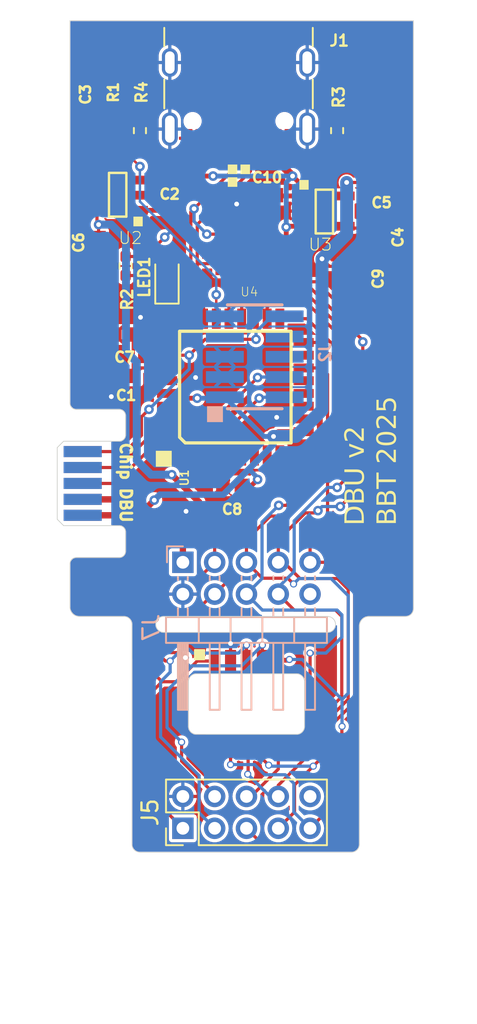
<source format=kicad_pcb>
(kicad_pcb (version 20240108) (generator "pcbnew") (generator_version "8.0")
  (layers (0 "F.Cu" signal) (31 "B.Cu" signal) (34 "B.Paste" user) (35 "F.Paste" user) (36 "B.SilkS" user "B.Silkscreen") (37 "F.SilkS" user "F.Silkscreen") (38 "B.Mask" user) (39 "F.Mask" user) (44 "Edge.Cuts" user))
  (net 0 "")
  (net 1 "GND")
  (net 2 "Net-(U1-VDDCORE)")
  (net 3 "Net-(U2-VIN)")
  (net 4 "Net-(U2-BYP)")
  (net 5 "Net-(U3-BYP)")
  (net 6 "/TARGET-3.3V")
  (net 7 "/DP")
  (net 8 "/DM")
  (net 9 "/TARGET-3.3V-EN")
  (net 10 "3.3V")
  (net 11 "/SWDIO")
  (net 12 "/SWCLK")
  (net 13 "/RESET")
  (net 15 "/IO1-SWDIO")
  (net 16 "/IO1-SWCLK")
  (net 17 "/IO1-RESET")
  (net 18 "/IO1-SWO")
  (net 29 "/IO1-TDO")
  (net 30 "/IO1-TDI")
  (net 33 "/IO1-SWI")
  (net 40 "Net-(LED1-PadA)")
  (net 46 "Net-(J1-CC2)")
  (net 47 "Net-(J1-CC1)")
  (footprint "fizkit-fpdu-v1a:TQFP32-08" (layer "F.Cu") (at 144.8 101 90)
    (property "Reference" "U1")
    (property "Value" "SAML21E17" (hide yes))
  )
  (footprint "io:blocks-edge-10-socket" (layer "F.Cu") (at 145.55 120.4)
    (property "Reference" "J6" (hide yes))
    (property "Value" "009159010801906" (hide yes))
    (fp_line (start -3.7 1.9) (end -3.7 -0.9) (stroke (width 0.05)) (layer "Edge.Cuts"))
    (fp_line (start -3.2 -1.4) (end 3.1 -1.4) (stroke (width 0.05)) (layer "Edge.Cuts"))
    (fp_line (start 3.1 2.4) (end -3.2 2.4) (stroke (width 0.05)) (layer "Edge.Cuts"))
    (fp_line (start 3.6 -0.9) (end 3.6 1.9) (stroke (width 0.05)) (layer "Edge.Cuts"))
    (fp_arc (start -3.7 -0.9) (mid -3.553553 -1.253553) (end -3.2 -1.4) (stroke (width 0.05)) (layer "Edge.Cuts"))
    (fp_arc (start -3.2 2.4) (mid -3.553553 2.253553) (end -3.7 1.9) (stroke (width 0.05)) (layer "Edge.Cuts"))
    (fp_arc (start 3.1 -1.4) (mid 3.453553 -1.253553) (end 3.6 -0.9) (stroke (width 0.05)) (layer "Edge.Cuts"))
    (fp_arc (start 3.6 1.9) (mid 3.453553 2.253553) (end 3.1 2.4) (stroke (width 0.05)) (layer "Edge.Cuts"))
  )
  (footprint "io:LED_0603_1608Metric_Pad1.05x0.95mm_HandSolder" (layer "F.Cu") (at 140.5 94.1 90)
    (property "Reference" "LED1")
    (property "Value" "~" (hide yes))
  )
  (footprint "io:R_0402_1005Metric_Pad0.72x0.64mm_HandSolder" (layer "F.Cu") (at 138.8 84.9 90)
    (property "Reference" "R4")
    (property "Value" "5k1" (hide yes))
  )
  (footprint "fizkit-fpdu-v1a:0402" (layer "F.Cu") (at 136.2 92.2 -90)
    (property "Reference" "C6")
    (property "Value" "1uF" (hide yes))
  )
  (footprint "fizkit-fpdu-v1a:0402" (layer "F.Cu") (at 146.8 88.9536 180)
    (property "Reference" "C10")
    (property "Value" "1uF" (hide yes))
  )
  (footprint "fizkit-fpdu-v1a:0402" (layer "F.Cu") (at 154 88)
    (property "Reference" "C5")
    (property "Value" "1uF" (hide yes))
  )
  (footprint "fizkit-fpdu-v1a:0402" (layer "F.Cu") (at 153.6 91.6 -90)
    (property "Reference" "C4")
    (property "Value" "1uF" (hide yes))
  )
  (footprint "io:R_0402_1005Metric_Pad0.72x0.64mm_HandSolder" (layer "F.Cu") (at 137.9 93.4 -90)
    (property "Reference" "R2")
    (property "Value" "1k" (hide yes))
  )
  (footprint "fizkit-fpdu-v1a:0402" (layer "F.Cu") (at 144.6 107.2 180)
    (property "Reference" "C8")
    (property "Value" "0.1uF" (hide yes))
  )
  (footprint "fizkit-fpdu-v1a:0402" (layer "F.Cu") (at 135.4 84.9 90)
    (property "Reference" "C3")
    (property "Value" "1uF" (hide yes))
  )
  (footprint "fizkit-fpdu-v1a:SOT23-5" (layer "F.Cu") (at 150.4 89.9536 -90)
    (property "Reference" "U3")
    (property "Value" "TLV75733" (hide yes))
  )
  (footprint "fizkit-fpdu-v1a:SOT143B" (layer "F.Cu") (at 145 92.1536 180)
    (property "Reference" "U4")
    (property "Value" "PRTR5V0U2-S" (hide yes))
  )
  (footprint "project:PinHeader_2x05_P2.00mm_Vertical" (layer "F.Cu") (at 141.5 128.7 90)
    (property "Reference" "J5")
    (property "Value" "A3B-10PA-2DS(51)" (hide yes))
  )
  (footprint "io:R_0402_1005Metric_Pad0.72x0.64mm_HandSolder" (layer "F.Cu") (at 151.2 84.9 90)
    (property "Reference" "R3")
    (property "Value" "5k1" (hide yes))
  )
  (footprint "fizkit-fpdu-v1a:0402" (layer "F.Cu") (at 137.8 100.3 180)
    (property "Reference" "C1")
    (property "Value" "10uF" (hide yes))
  )
  (footprint "fizkit-fpdu-v1a:0402" (layer "F.Cu") (at 141.4 87.7536 180)
    (property "Reference" "C2")
    (property "Value" "1uF" (hide yes))
  )
  (footprint "fizkit-fpdu-v1a:0402" (layer "F.Cu") (at 137.1 84.9 -90)
    (property "Reference" "R1")
    (property "Value" "680k" (hide yes))
  )
  (footprint "io:USB_C_Receptacle_GCT_USB4105-xx-A_16P_TopMnt_Horizontal" (layer "F.Cu") (at 145 81.7 180)
    (property "Reference" "J1")
    (property "Value" "USB_C_Receptacle_USB2.0" (hide yes))
  )
  (footprint "fizkit-fpdu-v1a:0402" (layer "F.Cu") (at 151.8 94 -90)
    (property "Reference" "C9")
    (property "Value" "1uF" (hide yes))
  )
  (footprint "fizkit-fpdu-v1a:0402" (layer "F.Cu") (at 137.8 97.7 180)
    (property "Reference" "C7")
    (property "Value" "0.1uF" (hide yes))
  )
  (footprint "fizkit-fpdu-v1a:SOT23-5" (layer "F.Cu") (at 137.4 88.9536 90)
    (property "Reference" "U2")
    (property "Value" "TLV75733" (hide yes))
  )
  (footprint "io:blocks-edge-10-plug" (layer "F.Cu") (at 133.800001 109.2 -90)
    (property "Reference" "J4" (hide yes))
    (property "Value" "SWD-EDGE" (hide yes))
    (fp_line (start -4.4 0.2) (end 0.1 0.2) (stroke (width 0.05)) (layer "Edge.Cuts"))
    (fp_line (start -4.4 0.2) (end -4.8 -0.2) (stroke (width 0.05)) (layer "Edge.Cuts"))
    (fp_line (start -4.8 -0.2) (end -4.8 -3.7) (stroke (width 0.05)) (layer "Edge.Cuts"))
    (fp_line (start 0.5 -0.2) (end 0.1 0.2) (stroke (width 0.05)) (layer "Edge.Cuts"))
    (fp_line (start 0.5 -0.2) (end 0.5 -3.7) (stroke (width 0.05)) (layer "Edge.Cuts"))
    (fp_line (start -6.8 -3.7) (end -6.8 -0.999999) (stroke (width 0.05)) (layer "Edge.Cuts"))
    (fp_line (start 2.5 -3.7) (end 2.5 -1) (stroke (width 0.05)) (layer "Edge.Cuts"))
    (fp_line (start -5.2 -4.1) (end -6.4 -4.1) (stroke (width 0.05)) (layer "Edge.Cuts"))
    (fp_line (start 0.9 -4.1) (end 2.1 -4.1) (stroke (width 0.05)) (layer "Edge.Cuts"))
    (fp_arc (start 2.9 -0.6) (mid 2.617157 -0.717157) (end 2.5 -1) (stroke (width 0.05)) (layer "Edge.Cuts"))
    (fp_arc (start -6.8 -0.999999) (mid -6.917158 -0.717157) (end -7.2 -0.599999) (stroke (width 0.05)) (layer "Edge.Cuts"))
    (fp_arc (start -6.8 -3.7) (mid -6.682842 -3.982842) (end -6.4 -4.1) (stroke (width 0.05)) (layer "Edge.Cuts"))
    (fp_arc (start 0.5 -3.7) (mid 0.617157 -3.982843) (end 0.9 -4.1) (stroke (width 0.05)) (layer "Edge.Cuts"))
    (fp_arc (start -5.2 -4.1) (mid -4.917158 -3.982842) (end -4.8 -3.7) (stroke (width 0.05)) (layer "Edge.Cuts"))
    (fp_arc (start 2.1 -4.1) (mid 2.382843 -3.982843) (end 2.5 -3.7) (stroke (width 0.05)) (layer "Edge.Cuts"))
  )
  (footprint "project:PinHeader_2x05_P2.00mm_Horizontal" (layer "B.Cu") (at 141.5 112 -90)
    (property "Reference" "J7")
    (property "Value" "A3B-10PA-2DS(51)" (hide yes))
  )
  (footprint "project:2X5-SMD-UNSHROUDED" (layer "B.Cu") (at 146.02 99.1 90)
    (property "Reference" "J2")
    (property "Value" "Bootstrap SWD - D.N.P." (hide yes))
  )
  (gr_poly (pts (xy 144.9228 87.83) (xy 144.9228 88.43) (xy 144.3228 88.43) (xy 144.3228 87.83)) (fill solid) (layer "F.SilkS"))
  (gr_poly (pts (xy 144.9228 87.03) (xy 144.9228 87.63) (xy 144.3228 87.63) (xy 144.3228 87.03)) (fill solid) (layer "F.SilkS"))
  (gr_poly (pts (xy 145.7228 87.03) (xy 145.7228 87.63) (xy 145.1228 87.63) (xy 145.1228 87.03)) (fill solid) (layer "F.SilkS"))
  (gr_line (start 134.4 78) (end 134.4 102) (stroke (width 0.05)) (layer "Edge.Cuts"))
  (gr_arc (start 150.6 115.4) (mid 151.1 115.9) (end 150.6 116.4) (stroke (width 0.05)) (layer "Edge.Cuts"))
  (gr_line (start 152.6 116) (end 152.6 129.7) (stroke (width 0.05)) (layer "Edge.Cuts"))
  (gr_line (start 137.8 115.4) (end 135 115.4) (stroke (width 0.05)) (layer "Edge.Cuts"))
  (gr_arc (start 156 114.9) (mid 155.853553 115.253553) (end 155.5 115.4) (stroke (width 0.05)) (layer "Edge.Cuts"))
  (gr_line (start 134.400001 112.1) (end 134.4 114.8) (stroke (width 0.05)) (layer "Edge.Cuts"))
  (gr_line (start 156 114.9) (end 156 78) (stroke (width 0.05)) (layer "Edge.Cuts"))
  (gr_line (start 140.3 115.4) (end 150.6 115.4) (stroke (width 0.05)) (layer "Edge.Cuts"))
  (gr_arc (start 152.6 129.7) (mid 152.453553 130.053553) (end 152.1 130.2) (stroke (width 0.05)) (layer "Edge.Cuts"))
  (gr_arc (start 152.6 116) (mid 152.775736 115.575736) (end 153.2 115.4) (stroke (width 0.05)) (layer "Edge.Cuts"))
  (gr_line (start 140.3 116.4) (end 150.6 116.4) (stroke (width 0.05)) (layer "Edge.Cuts"))
  (gr_line (start 138.8 130.2) (end 152.1 130.2) (stroke (width 0.05)) (layer "Edge.Cuts"))
  (gr_arc (start 138.8 130.2) (mid 138.446447 130.053553) (end 138.3 129.7) (stroke (width 0.05)) (layer "Edge.Cuts"))
  (gr_arc (start 135 115.4) (mid 134.575736 115.224264) (end 134.4 114.8) (stroke (width 0.05)) (layer "Edge.Cuts"))
  (gr_line (start 156 78) (end 134.4 78) (stroke (width 0.05)) (layer "Edge.Cuts"))
  (gr_arc (start 140.3 116.4) (mid 139.8 115.9) (end 140.3 115.4) (stroke (width 0.05)) (layer "Edge.Cuts"))
  (gr_line (start 153.2 115.4) (end 155.5 115.4) (stroke (width 0.05)) (layer "Edge.Cuts"))
  (gr_line (start 138.3 115.9) (end 138.3 129.7) (stroke (width 0.05)) (layer "Edge.Cuts"))
  (gr_arc (start 137.8 115.4) (mid 138.153553 115.546447) (end 138.3 115.9) (stroke (width 0.05)) (layer "Edge.Cuts"))
  (gr_text "DBU v2\nBBT 2025" (at 155.1 109.7 90) (layer "F.SilkS") (effects (font (size 1.2 1.2) (thickness 0.3)) (justify left bottom)))
  (segment (start 142.3 100.4) (end 141.5424 100.4) (width 0.2) (layer "F.Cu") (net 1))
  (segment (start 141.3424 100.6) (end 140.5074 100.6) (width 0.2) (layer "F.Cu") (net 1))
  (segment (start 149.0999 89.9536) (end 146.57 89.9536) (width 0.2) (layer "F.Cu") (net 1))
  (segment (start 141.5424 100.4) (end 141.3424 100.6) (width 0.2) (layer "F.Cu") (net 1))
  (segment (start 148.1576 102.9) (end 148.2576 103) (width 0.2) (layer "F.Cu") (net 1))
  (segment (start 148.2576 103) (end 149.0926 103) (width 0.2) (layer "F.Cu") (net 1))
  (segment (start 140.5074 100.6) (end 139.5 100.6) (width 0.2) (layer "F.Cu") (net 1))
  (segment (start 146.22 89.6036) (end 146.22 88.9536) (width 0.2) (layer "F.Cu") (net 1))
  (segment (start 144.5 118.2) (end 144.5 117) (width 0.2) (layer "F.Cu") (net 1))
  (segment (start 139.62 88.9536) (end 140.82 87.7536) (width 0.2) (layer "F.Cu") (net 1))
  (segment (start 137.55 108.05) (end 137.6 108) (width 0.2) (layer "F.Cu") (net 1))
  (segment (start 144.5 117) (end 144.5 117.1) (width 0.2) (layer "F.Cu") (net 1))
  (segment (start 138.7001 88.9536) (end 139.62 88.9536) (width 0.2) (layer "F.Cu") (net 1))
  (segment (start 146.57 89.9536) (end 146.22 89.6036) (width 0.2) (layer "F.Cu") (net 1))
  (segment (start 135.200001 108.05) (end 137.55 108.05) (width 0.4) (layer "F.Cu") (net 1))
  (segment (start 147.4 102.9) (end 148.1576 102.9) (width 0.2) (layer "F.Cu") (net 1))
  (via (at 144.5 117.1) (size 0.45) (drill 0.3) (layers "F.Cu" "B.Cu") (net 1))
  (via (at 142.3 100.4) (size 0.6048) (drill 0.3) (layers "F.Cu" "B.Cu") (net 1))
  (via (at 147.4 102.9) (size 0.6048) (drill 0.3) (layers "F.Cu" "B.Cu") (net 1))
  (via (at 138.8364 96.6216) (size 0.6048) (drill 0.3) (layers "F.Cu" "B.Cu") (net 1))
  (via (at 141.7 108.8) (size 0.6048) (drill 0.3) (layers "F.Cu" "B.Cu") (net 1))
  (via (at 137 101.6) (size 0.6048) (drill 0.3) (layers "F.Cu" "B.Cu") (net 1))
  (via (at 144.8816 89.5096) (size 0.6048) (drill 0.3) (layers "F.Cu" "B.Cu") (net 1))
  (segment (start 140.5074 99.8) (end 138.88 99.8) (width 0.2) (layer "F.Cu") (net 2))
  (segment (start 138.38 100.3) (end 138.38 97.7) (width 0.2) (layer "F.Cu") (net 2))
  (segment (start 138.88 99.8) (end 138.38 100.3) (width 0.2) (layer "F.Cu") (net 2))
  (segment (start 149.0999 88.4535) (end 148.4 87.7536) (width 0.3048) (layer "F.Cu") (net 3))
  (segment (start 147.43 89.0036) (end 147.38 88.9536) (width 0.3048) (layer "F.Cu") (net 3))
  (segment (start 149.0999 90.9036) (end 148.05 90.9036) (width 0.3048) (layer "F.Cu") (net 3))
  (segment (start 140.65 89.9036) (end 142 88.5536) (width 0.3048) (layer "F.Cu") (net 3))
  (segment (start 142 87.7736) (end 141.98 87.7536) (width 0.3048) (layer "F.Cu") (net 3))
  (segment (start 147.4 88.9336) (end 147.38 88.9536) (width 0.3048) (layer "F.Cu") (net 3))
  (segment (start 148 91.9536) (end 148 90.9536) (width 0.3048) (layer "F.Cu") (net 3))
  (segment (start 142.6 85.38) (end 142.6 87.1336) (width 0.5) (layer "F.Cu") (net 3))
  (segment (start 145.95 93.2536) (end 146.7 93.2536) (width 0.3048) (layer "F.Cu") (net 3))
  (segment (start 146.7 93.2536) (end 148 91.9536) (width 0.3048) (layer "F.Cu") (net 3))
  (segment (start 141.98 87.7536) (end 143.4 87.7536) (width 0.3048) (layer "F.Cu") (net 3))
  (segment (start 147.4 85.38) (end 147.4 86.7536) (width 0.5) (layer "F.Cu") (net 3))
  (segment (start 149.0999 89.0036) (end 147.43 89.0036) (width 0.3048) (layer "F.Cu") (net 3))
  (segment (start 142 88.5536) (end 142 87.7736) (width 0.3048) (layer "F.Cu") (net 3))
  (segment (start 138.7001 89.9036) (end 140.65 89.9036) (width 0.3048) (layer "F.Cu") (net 3))
  (segment (start 142.6 87.1336) (end 141.98 87.7536) (width 0.5) (layer "F.Cu") (net 3))
  (segment (start 149.0999 89.0036) (end 149.0999 88.4535) (width 0.3048) (layer "F.Cu") (net 3))
  (segment (start 147.4 86.7536) (end 148.4 87.7536) (width 0.5) (layer "F.Cu") (net 3))
  (segment (start 148.05 90.9036) (end 148 90.9536) (width 0.3048) (layer "F.Cu") (net 3))
  (via (at 148.4 87.7536) (size 0.6048) (drill 0.3) (layers "F.Cu" "B.Cu") (net 3))
  (via (at 143.4 87.7536) (size 0.6048) (drill 0.3) (layers "F.Cu" "B.Cu") (net 3))
  (via (at 148 90.9536) (size 0.6048) (drill 0.3) (layers "F.Cu" "B.Cu") (net 3))
  (segment (start 148 90.9536) (end 148 88.1536) (width 0.3048) (layer "B.Cu") (net 3))
  (segment (start 148.4 87.7536) (end 143.4 87.7536) (width 0.3048) (layer "B.Cu") (net 3))
  (segment (start 148 88.1536) (end 148.4 87.7536) (width 0.3048) (layer "B.Cu") (net 3))
  (segment (start 135.4 87.3037) (end 135.4 85.48) (width 0.2) (layer "F.Cu") (net 4))
  (segment (start 136.0999 88.0036) (end 135.4 87.3037) (width 0.2) (layer "F.Cu") (net 4))
  (segment (start 153.6 91.02) (end 151.8165 91.02) (width 0.2) (layer "F.Cu") (net 5))
  (segment (start 151.8165 91.02) (end 151.7001 90.9036) (width 0.2) (layer "F.Cu") (net 5))
  (segment (start 138.7 112.2) (end 138.7 118.0104) (width 0.2) (layer "F.Cu") (net 6))
  (segment (start 140.3 110.6) (end 141.5 110.6) (width 0.2) (layer "F.Cu") (net 6))
  (segment (start 140.1896 119.5) (end 141.1 119.5) (width 0.2) (layer "F.Cu") (net 6))
  (segment (start 140.8 106.5) (end 142.5218 108.2218) (width 0.4) (layer "F.Cu") (net 6))
  (segment (start 141.1 119.5) (end 142.4 118.2) (width 0.2) (layer "F.Cu") (net 6))
  (segment (start 139.2936 120.396) (end 140.1896 119.5) (width 0.2) (layer "F.Cu") (net 6))
  (segment (start 136.0999 90.6999) (end 136.2 90.8) (width 0.2) (layer "F.Cu") (net 6))
  (segment (start 136.2 90.8) (end 136.2 91.62) (width 0.2) (layer "F.Cu") (net 6))
  (segment (start 142.5218 108.2218) (end 142.5218 109.5782) (width 0.4) (layer "F.Cu") (net 6))
  (segment (start 140.3 110.6) (end 138.7 112.2) (width 0.2) (layer "F.Cu") (net 6))
  (segment (start 141.5 110.6) (end 141.5 112) (width 0.4) (layer "F.Cu") (net 6))
  (segment (start 142.5218 109.5782) (end 141.5 110.6) (width 0.4) (layer "F.Cu") (net 6))
  (segment (start 141.5 128.7) (end 139.2936 126.4936) (width 0.2) (layer "F.Cu") (net 6))
  (segment (start 139.2936 126.4936) (end 139.2936 120.396) (width 0.2) (layer "F.Cu") (net 6))
  (segment (start 136.0999 89.9036) (end 136.0999 90.6999) (width 0.2) (layer "F.Cu") (net 6))
  (segment (start 142.4 118.2) (end 143.5 118.2) (width 0.2) (layer "F.Cu") (net 6))
  (segment (start 138.7 118.0104) (end 140.1896 119.5) (width 0.2) (layer "F.Cu") (net 6))
  (via (at 136.2 90.8) (size 0.6) (drill 0.3) (layers "F.Cu" "B.Cu") (net 6))
  (via (at 140.8 106.5) (size 0.6) (drill 0.3) (layers "F.Cu" "B.Cu") (net 6))
  (segment (start 140.8 106.5) (end 139.5 106.5) (width 0.5) (layer "B.Cu") (net 6))
  (segment (start 137.922 98.7552) (end 137.922 91.722) (width 0.5) (layer "B.Cu") (net 6))
  (segment (start 138.6 105.6) (end 138.6 99.4332) (width 0.5) (layer "B.Cu") (net 6))
  (segment (start 137 90.8) (end 136.2 90.8) (width 0.5) (layer "B.Cu") (net 6))
  (segment (start 138.6 99.4332) (end 137.922 98.7552) (width 0.5) (layer "B.Cu") (net 6))
  (segment (start 139.5 106.5) (end 138.6 105.6) (width 0.5) (layer "B.Cu") (net 6))
  (segment (start 137.922 91.722) (end 137 90.8) (width 0.5) (layer "B.Cu") (net 6))
  (segment (start 145.25 86.760048) (end 144.955024 87.055024) (width 0.2) (layer "F.Cu") (net 7))
  (segment (start 144.955024 86.916424) (end 144.955024 87.055024) (width 0.2) (layer "F.Cu") (net 7))
  (segment (start 143.7036 91.4) (end 144.05 91.0536) (width 0.2) (layer "F.Cu") (net 7))
  (segment (start 144.25 85.38) (end 144.25 86.2114) (width 0.2) (layer "F.Cu") (net 7))
  (segment (start 144.25 86.2114) (end 144.955024 86.916424) (width 0.2) (layer "F.Cu") (net 7))
  (segment (start 142 96.7074) (end 142 90.010048) (width 0.2) (layer "F.Cu") (net 7))
  (segment (start 144.955024 87.055024) (end 142.205024 89.805024) (width 0.2) (layer "F.Cu") (net 7))
  (segment (start 142 90.010048) (end 142.205024 89.805024) (width 0.2) (layer "F.Cu") (net 7))
  (segment (start 143.0059 91.4) (end 143.7036 91.4) (width 0.2) (layer "F.Cu") (net 7))
  (segment (start 145.25 85.38) (end 145.25 86.760048) (width 0.2) (layer "F.Cu") (net 7))
  (via (at 142.205024 89.805024) (size 0.6) (drill 0.3) (layers "F.Cu" "B.Cu") (net 7))
  (via (at 143.0059 91.4) (size 0.6) (drill 0.3) (layers "F.Cu" "B.Cu") (net 7))
  (segment (start 142.205024 89.805024) (end 142.205024 90.599124) (width 0.2) (layer "B.Cu") (net 7))
  (segment (start 142.205024 90.599124) (end 143.0059 91.4) (width 0.2) (layer "B.Cu") (net 7))
  (segment (start 142.4032 90.7968) (end 142.4032 93.2) (width 0.2) (layer "F.Cu") (net 8))
  (segment (start 142.8 96.7074) (end 142.8 94.9968) (width 0.2) (layer "F.Cu") (net 8))
  (segment (start 145.6 84.4) (end 145 84.4) (width 0.2) (layer "F.Cu") (net 8))
  (segment (start 144.05 93.2536) (end 142.4568 93.2536) (width 0.2) (layer "F.Cu") (net 8))
  (segment (start 145 84.4) (end 144.75 84.65) (width 0.2) (layer "F.Cu") (net 8))
  (segment (start 145.75 84.55) (end 145.6 84.4) (width 0.2) (layer "F.Cu") (net 8))
  (segment (start 142.8 94.9968) (end 142.4032 94.6) (width 0.2) (layer "F.Cu") (net 8))
  (segment (start 144.75 84.65) (end 144.75 85.38) (width 0.2) (layer "F.Cu") (net 8))
  (segment (start 142.4032 94.6) (end 142.4032 93.2) (width 0.2) (layer "F.Cu") (net 8))
  (segment (start 145.75 85.38) (end 145.75 84.55) (width 0.2) (layer "F.Cu") (net 8))
  (segment (start 142.4568 93.2536) (end 142.4032 93.2) (width 0.2) (layer "F.Cu") (net 8))
  (segment (start 145.75 87.45) (end 142.4032 90.7968) (width 0.2) (layer "F.Cu") (net 8))
  (segment (start 145.75 85.38) (end 145.75 87.45) (width 0.2) (layer "F.Cu") (net 8))
  (segment (start 138.8 87.1536) (end 138.8 87.9037) (width 0.1524) (layer "F.Cu") (net 9))
  (segment (start 138.1736 86.5536) (end 137.1 85.48) (width 0.1524) (layer "F.Cu") (net 9))
  (segment (start 137.9 92.8025) (end 139.1503 92.8025) (width 0.2) (layer "F.Cu") (net 9))
  (segment (start 138.2 86.5536) (end 138.8 87.1536) (width 0.1524) (layer "F.Cu") (net 9))
  (segment (start 143.6 95.2) (end 143.6 96.7074) (width 0.1524) (layer "F.Cu") (net 9))
  (segment (start 138.8 87.9037) (end 138.7001 88.0036) (width 0.1524) (layer "F.Cu") (net 9))
  (segment (start 139.1503 92.8025) (end 140.3604 91.5924) (width 0.2) (layer "F.Cu") (net 9))
  (segment (start 138.2 86.5536) (end 138.1736 86.5536) (width 0.1524) (layer "F.Cu") (net 9))
  (via (at 138.8 87.1536) (size 0.6048) (drill 0.3) (layers "F.Cu" "B.Cu") (net 9))
  (via (at 143.6 95.2) (size 0.6048) (drill 0.3) (layers "F.Cu" "B.Cu") (net 9))
  (via (at 140.3604 91.5924) (size 0.6) (drill 0.3) (layers "F.Cu" "B.Cu") (net 9))
  (segment (start 140.3604 91.5924) (end 140.6996 91.2532) (width 0.2) (layer "B.Cu") (net 9))
  (segment (start 140.6996 91.2532) (end 138.8 89.3536) (width 0.1524) (layer "B.Cu") (net 9))
  (segment (start 138.8 89.3536) (end 138.8 87.1536) (width 0.1524) (layer "B.Cu") (net 9))
  (segment (start 143.6 94.1536) (end 143.6 95.2) (width 0.1524) (layer "B.Cu") (net 9))
  (segment (start 143.6 94.1536) (end 140.6996 91.2532) (width 0.1524) (layer "B.Cu") (net 9))
  (segment (start 151.8 88.9037) (end 151.7001 89.0036) (width 0.4064) (layer "F.Cu") (net 10))
  (segment (start 139.7 108.1) (end 138.75 109.05) (width 0.4) (layer "F.Cu") (net 10))
  (segment (start 153.2664 88.1536) (end 151.8 88.1536) (width 0.2) (layer "F.Cu") (net 10))
  (segment (start 151.8 93.42) (end 150.72 93.42) (width 0.2) (layer "F.Cu") (net 10))
  (segment (start 145.18 107.2) (end 145.8 107.2) (width 0.3) (layer "F.Cu") (net 10))
  (segment (start 150.72 93.42) (end 150.25 92.95) (width 0.2) (layer "F.Cu") (net 10))
  (segment (start 141.833 101.7) (end 142.4 101.7) (width 0.3048) (layer "F.Cu") (net 10))
  (segment (start 145.8 107.2) (end 146.2 106.8) (width 0.3) (layer "F.Cu") (net 10))
  (segment (start 151.8 88.1536) (end 151.8 88.9037) (width 0.4064) (layer "F.Cu") (net 10))
  (segment (start 147.5 103.8) (end 149.0926 103.8) (width 0.3048) (layer "F.Cu") (net 10))
  (segment (start 153.42 88) (end 153.2664 88.1536) (width 0.2) (layer "F.Cu") (net 10))
  (segment (start 141.333 102.2) (end 140.5074 102.2) (width 0.3048) (layer "F.Cu") (net 10))
  (segment (start 147.2 104.1) (end 146.9 104.1) (width 0.3048) (layer "F.Cu") (net 10))
  (segment (start 138.75 109.05) (end 135.200001 109.05) (width 0.4) (layer "F.Cu") (net 10))
  (segment (start 141.333 102.2) (end 141.833 101.7) (width 0.3048) (layer "F.Cu") (net 10))
  (segment (start 147.2 104.1) (end 147.5 103.8) (width 0.3048) (layer "F.Cu") (net 10))
  (via (at 150.25 92.95) (size 0.6) (drill 0.3) (layers "F.Cu" "B.Cu") (net 10))
  (via (at 139.7 108.1) (size 0.6) (drill 0.3) (layers "F.Cu" "B.Cu") (net 10))
  (via (at 146.2 106.8) (size 0.6) (drill 0.3) (layers "F.Cu" "B.Cu") (net 10))
  (via (at 147.2 104.1) (size 0.6048) (drill 0.3) (layers "F.Cu" "B.Cu") (net 10))
  (via (at 151.8 88.1536) (size 0.6048) (drill 0.3) (layers "F.Cu" "B.Cu") (net 10))
  (via (at 142.4 101.7) (size 0.6) (drill 0.3) (layers "F.Cu" "B.Cu") (net 10))
  (segment (start 142.4 101.7) (end 144.08 101.7) (width 0.3048) (layer "B.Cu") (net 10))
  (segment (start 140.0468 107.7532) (end 144.0468 107.7532) (width 0.4) (layer "B.Cu") (net 10))
  (segment (start 151.8 91.4) (end 150.25 92.95) (width 0.8128) (layer "B.Cu") (net 10))
  (segment (start 150.25 102.45) (end 150.25 92.95) (width 0.8128) (layer "B.Cu") (net 10))
  (segment (start 144.08 101.7) (end 144.14 101.64) (width 0.3048) (layer "B.Cu") (net 10))
  (segment (start 139.7 108.1) (end 140.0468 107.7532) (width 0.4) (layer "B.Cu") (net 10))
  (segment (start 146.2 106.7) (end 145.65 106.15) (width 0.3) (layer "B.Cu") (net 10))
  (segment (start 151.8 88.1536) (end 151.8 91.4) (width 0.8128) (layer "B.Cu") (net 10))
  (segment (start 148.6 104.1) (end 150.25 102.45) (width 0.8128) (layer "B.Cu") (net 10))
  (segment (start 144.0468 107.7532) (end 145.65 106.15) (width 0.4) (layer "B.Cu") (net 10))
  (segment (start 147.2 104.1) (end 147.2 104.6) (width 0.4) (layer "B.Cu") (net 10))
  (segment (start 146.6 104.1) (end 147.2 104.1) (width 0.3) (layer "B.Cu") (net 10))
  (segment (start 147.2 104.1) (end 148.6 104.1) (width 0.8128) (layer "B.Cu") (net 10))
  (segment (start 144.14 101.64) (end 146.6 104.1) (width 0.3) (layer "B.Cu") (net 10))
  (segment (start 147.2 104.6) (end 145.65 106.15) (width 0.4) (layer "B.Cu") (net 10))
  (segment (start 146.2 106.8) (end 146.2 106.7) (width 0.3) (layer "B.Cu") (net 10))
  (segment (start 137.2574 107.05) (end 140.5074 103.8) (width 0.2) (layer "F.Cu") (net 11))
  (segment (start 146.3 101.7) (end 144.2 103.8) (width 0.2) (layer "F.Cu") (net 11))
  (segment (start 144.2 103.8) (end 140.5074 103.8) (width 0.2) (layer "F.Cu") (net 11))
  (segment (start 135.200001 107.05) (end 137.2574 107.05) (width 0.2) (layer "F.Cu") (net 11))
  (via (at 146.3 101.7) (size 0.6) (drill 0.3) (layers "F.Cu" "B.Cu") (net 11))
  (segment (start 146.36 101.64) (end 146.3 101.7) (width 0.2) (layer "B.Cu") (net 11))
  (segment (start 147.9 101.64) (end 146.36 101.64) (width 0.2) (layer "B.Cu") (net 11))
  (segment (start 137.45 106.05) (end 135.200001 106.05) (width 0.2) (layer "F.Cu") (net 12))
  (segment (start 143.6 103) (end 140.5074 103) (width 0.2) (layer "F.Cu") (net 12))
  (segment (start 146.2 100.4) (end 143.6 103) (width 0.2) (layer "F.Cu") (net 12))
  (segment (start 139.7866 103) (end 139.3 103.4866) (width 0.2) (layer "F.Cu") (net 12))
  (segment (start 139.3 103.4866) (end 139.3 104.2) (width 0.2) (layer "F.Cu") (net 12))
  (segment (start 140.5074 103) (end 139.7866 103) (width 0.2) (layer "F.Cu") (net 12))
  (segment (start 139.3 104.2) (end 137.45 106.05) (width 0.2) (layer "F.Cu") (net 12))
  (via (at 146.2 100.4) (size 0.6) (drill 0.3) (layers "F.Cu" "B.Cu") (net 12))
  (segment (start 146.23 100.37) (end 146.2 100.4) (width 0.2) (layer "B.Cu") (net 12))
  (segment (start 147.9 100.37) (end 146.23 100.37) (width 0.2) (layer "B.Cu") (net 12))
  (segment (start 137.87979 105.05) (end 138.564895 104.364895) (width 0.2) (layer "F.Cu") (net 13))
  (segment (start 138.564895 104.364895) (end 138.8968 104.03299) (width 0.2) (layer "F.Cu") (net 13))
  (segment (start 138.8968 103.9) (end 138.8968 102.872398) (width 0.2) (layer "F.Cu") (net 13))
  (segment (start 135.200001 105.05) (end 137.87979 105.05) (width 0.2) (layer "F.Cu") (net 13))
  (segment (start 142.9 98) (end 141.9 99) (width 0.2) (layer "F.Cu") (net 13))
  (segment (start 146.1 98) (end 142.9 98) (width 0.2) (layer "F.Cu") (net 13))
  (segment (start 138.8968 102.872398) (end 139.369198 102.4) (width 0.2) (layer "F.Cu") (net 13))
  (segment (start 141.9 99) (end 140.5074 99) (width 0.2) (layer "F.Cu") (net 13))
  (segment (start 138.8968 104.03299) (end 138.8968 103.9) (width 0.2) (layer "F.Cu") (net 13))
  (via (at 141.9 99) (size 0.6) (drill 0.3) (layers "F.Cu" "B.Cu") (net 13))
  (via (at 146.1 98) (size 0.6) (drill 0.3) (layers "F.Cu" "B.Cu") (net 13))
  (via (at 139.369198 102.4) (size 0.6) (drill 0.3) (layers "F.Cu" "B.Cu") (net 13))
  (segment (start 146.1 97.54) (end 146.1 98) (width 0.2) (layer "B.Cu") (net 13))
  (segment (start 141.9 99.869198) (end 141.9 99) (width 0.2) (layer "B.Cu") (net 13))
  (segment (start 139.369198 102.4) (end 141.9 99.869198) (width 0.2) (layer "B.Cu") (net 13))
  (segment (start 147.08 96.56) (end 146.1 97.54) (width 0.2) (layer "B.Cu") (net 13))
  (segment (start 147.9 96.56) (end 147.08 96.56) (width 0.2) (layer "B.Cu") (net 13))
  (segment (start 150.6 100.2) (end 150.6 104.68937) (width 0.2) (layer "F.Cu") (net 15))
  (segment (start 143.5 112) (end 142.5218 112.9782) (width 0.2) (layer "F.Cu") (net 15))
  (segment (start 150.2 99.8) (end 150.6 100.2) (width 0.2) (layer "F.Cu") (net 15))
  (segment (start 140.1218 112.9782) (end 139.1032 113.9968) (width 0.2) (layer "F.Cu") (net 15))
  (segment (start 140.4 118.2) (end 140.7 118.2) (width 0.2) (layer "F.Cu") (net 15))
  (segment (start 147.869242 107.420128) (end 146.726278 107.420128) (width 0.2) (layer "F.Cu") (net 15))
  (segment (start 142.5218 112.9782) (end 140.1218 112.9782) (width 0.2) (layer "F.Cu") (net 15))
  (segment (start 150.6 104.68937) (end 147.869242 107.420128) (width 0.2) (layer "F.Cu") (net 15))
  (segment (start 139.1032 113.9968) (end 139.1032 116.9032) (width 0.2) (layer "F.Cu") (net 15))
  (segment (start 139.1032 116.9032) (end 140.4 118.2) (width 0.2) (layer "F.Cu") (net 15))
  (segment (start 149.0926 99.8) (end 150.2 99.8) (width 0.2) (layer "F.Cu") (net 15))
  (segment (start 145.5 117.2) (end 145.5 118.2) (width 0.2) (layer "F.Cu") (net 15))
  (segment (start 143.5 110.646406) (end 143.5 112) (width 0.2) (layer "F.Cu") (net 15))
  (segment (start 146.726278 107.420128) (end 143.5 110.646406) (width 0.2) (layer "F.Cu") (net 15))
  (via (at 140.7 118.2) (size 0.45) (drill 0.3) (layers "F.Cu" "B.Cu") (net 15))
  (via (at 145.5 117.2) (size 0.45) (drill 0.3) (layers "F.Cu" "B.Cu") (net 15))
  (segment (start 141.440606 117.459394) (end 140.7 118.2) (width 0.2) (layer "B.Cu") (net 15))
  (segment (start 140.1 119.5) (end 140.1 122.966908) (width 0.2) (layer "B.Cu") (net 15))
  (segment (start 145 117.7) (end 142.118788 117.7) (width 0.2) (layer "B.Cu") (net 15))
  (segment (start 141.878182 117.459394) (end 141.440606 117.459394) (width 0.2) (layer "B.Cu") (net 15))
  (segment (start 145.5 117.2) (end 145 117.7) (width 0.2) (layer "B.Cu") (net 15))
  (segment (start 140.7 118.9) (end 140.1 119.5) (width 0.2) (layer "B.Cu") (net 15))
  (segment (start 140.7 118.2) (end 140.7 118.9) (width 0.2) (layer "B.Cu") (net 15))
  (segment (start 140.1 122.966908) (end 142.5218 125.388708) (width 0.2) (layer "B.Cu") (net 15))
  (segment (start 142.5218 127.7218) (end 143.5 128.7) (width 0.2) (layer "B.Cu") (net 15))
  (segment (start 142.118788 117.7) (end 141.878182 117.459394) (width 0.2) (layer "B.Cu") (net 15))
  (segment (start 142.5218 125.388708) (end 142.5218 127.7218) (width 0.2) (layer "B.Cu") (net 15))
  (segment (start 143.5 113.9) (end 142.4 115) (width 0.2) (layer "F.Cu") (net 16))
  (segment (start 141.659394 117.987594) (end 141.6 117.9282) (width 0.2) (layer "F.Cu") (net 16))
  (segment (start 139.5064 116.7064) (end 140.4718 117.6718) (width 0.2) (layer "F.Cu") (net 16))
  (segment (start 144.5 113) (end 143.5 114) (width 0.2) (layer "F.Cu") (net 16))
  (segment (start 142.4 115) (end 140.1 115) (width 0.2) (layer "F.Cu") (net 16))
  (segment (start 139.5064 115.5936) (end 139.5064 116.7064) (width 0.2) (layer "F.Cu") (net 16))
  (segment (start 144.5 110.216616) (end 144.5 113) (width 0.2) (layer "F.Cu") (net 16))
  (segment (start 148.036252 107.823328) (end 146.893288 107.823328) (width 0.2) (layer "F.Cu") (net 16))
  (segment (start 146.893288 107.823328) (end 144.5 110.216616) (width 0.2) (layer "F.Cu") (net 16))
  (segment (start 143.5 126.5656) (end 143.5 126.7) (width 0.2) (layer "F.Cu") (net 16))
  (segment (start 141.4208 123.2916) (end 141.4208 124.4864) (width 0.2) (layer "F.Cu") (net 16))
  (segment (start 149.0926 98.2) (end 149.9276 98.2) (width 0.2) (layer "F.Cu") (net 16))
  (segment (start 151.0032 99.2756) (end 151.0032 104.85638) (width 0.2) (layer "F.Cu") (net 16))
  (segment (start 141.4208 124.4864) (end 143.5 126.5656) (width 0.2) (layer "F.Cu") (net 16))
  (segment (start 141.3436 117.6718) (end 141.659394 117.987594) (width 0.2) (layer "F.Cu") (net 16))
  (segment (start 140.1 115) (end 139.5064 115.5936) (width 0.2) (layer "F.Cu") (net 16))
  (segment (start 151.0032 104.85638) (end 148.036252 107.823328) (width 0.2) (layer "F.Cu") (net 16))
  (segment (start 149.9276 98.2) (end 151.0032 99.2756) (width 0.2) (layer "F.Cu") (net 16))
  (segment (start 146.5 118.2) (end 146.5 117.1956) (width 0.2) (layer "F.Cu") (net 16))
  (segment (start 140.4718 117.6718) (end 141.3436 117.6718) (width 0.2) (layer "F.Cu") (net 16))
  (via (at 146.5 117.1956) (size 0.45) (drill 0.3) (layers "F.Cu" "B.Cu") (net 16))
  (via (at 141.659394 117.987594) (size 0.45) (drill 0.3) (layers "F.Cu" "B.Cu") (net 16))
  (via (at 141.4208 123.2916) (size 0.45) (drill 0.3) (layers "F.Cu" "B.Cu") (net 16))
  (segment (start 145.1956 118.5) (end 146.5 117.1956) (width 0.2) (layer "B.Cu") (net 16))
  (segment (start 140.5032 122.374) (end 140.5032 120.06141) (width 0.2) (layer "B.Cu") (net 16))
  (segment (start 141.982305 118.582305) (end 142.06461 118.5) (width 0.2) (layer "B.Cu") (net 16))
  (segment (start 141.4208 123.2916) (end 140.5032 122.374) (width 0.2) (layer "B.Cu") (net 16))
  (segment (start 141.659394 118.259394) (end 141.982305 118.582305) (width 0.2) (layer "B.Cu") (net 16))
  (segment (start 142.06461 118.5) (end 145.1956 118.5) (width 0.2) (layer "B.Cu") (net 16))
  (segment (start 141.659394 117.987594) (end 141.659394 118.259394) (width 0.2) (layer "B.Cu") (net 16))
  (segment (start 140.5032 120.06141) (end 141.982305 118.582305) (width 0.2) (layer "B.Cu") (net 16))
  (segment (start 148.4609 113.3609) (end 148.1 113) (width 0.2) (layer "F.Cu") (net 17))
  (segment (start 147 109.1) (end 145.5 110.6) (width 0.2) (layer "F.Cu") (net 17))
  (segment (start 146.4782 129.6782) (end 145.5 128.7) (width 0.2) (layer "F.Cu") (net 17))
  (segment (start 151.5 122.3096) (end 151.5 128.083384) (width 0.2) (layer "F.Cu") (net 17))
  (segment (start 149.905184 129.6782) (end 146.4782 129.6782) (width 0.2) (layer "F.Cu") (net 17))
  (segment (start 149.18219 95.6) (end 151.8096 98.22741) (width 0.2) (layer "F.Cu") (net 17))
  (segment (start 148.2 118.1) (end 147.6 118.1) (width 0.2) (layer "F.Cu") (net 17))
  (segment (start 147.6 118.1) (end 147.5 118.2) (width 0.2) (layer "F.Cu") (net 17))
  (segment (start 148.2 118.2) (end 147.5 118.2) (width 0.2) (layer "F.Cu") (net 17))
  (segment (start 151.8096 105.1904) (end 147.9 109.1) (width 0.2) (layer "F.Cu") (net 17))
  (segment (start 147.2 95.6) (end 149.18219 95.6) (width 0.2) (layer "F.Cu") (net 17))
  (segment (start 147.9 109.1) (end 147 109.1) (width 0.2) (layer "F.Cu") (net 17))
  (segment (start 145.5 110.6) (end 145.5 112) (width 0.2) (layer "F.Cu") (net 17))
  (segment (start 148.1 113) (end 146.5 113) (width 0.2) (layer "F.Cu") (net 17))
  (segment (start 151.5096 122.3) (end 151.5 122.3096) (width 0.2) (layer "F.Cu") (net 17))
  (segment (start 146.8 96.7074) (end 146.8 96) (width 0.2) (layer "F.Cu") (net 17))
  (segment (start 151.8096 98.22741) (end 151.8096 105.1904) (width 0.2) (layer "F.Cu") (net 17))
  (segment (start 146.8 96) (end 147.2 95.6) (width 0.2) (layer "F.Cu") (net 17))
  (segment (start 146.5 113) (end 145.5 112) (width 0.2) (layer "F.Cu") (net 17))
  (segment (start 151.5 128.083384) (end 149.905184 129.6782) (width 0.2) (layer "F.Cu") (net 17))
  (via (at 148.2 118.1) (size 0.45) (drill 0.3) (layers "F.Cu" "B.Cu") (net 17))
  (via (at 148.4609 113.3609) (size 0.45) (drill 0.3) (layers "F.Cu" "B.Cu") (net 17))
  (via (at 151.5096 122.3) (size 0.45) (drill 0.3) (layers "F.Cu" "B.Cu") (net 17))
  (segment (start 151.9032 114.1032) (end 151.9032 120.216) (width 0.2) (layer "B.Cu") (net 17))
  (segment (start 150.8218 113.0218) (end 151.9032 114.1032) (width 0.2) (layer "B.Cu") (net 17))
  (segment (start 148.4609 113.3609) (end 148.8 113.0218) (width 0.2) (layer "B.Cu") (net 17))
  (segment (start 151.5096 122.3) (end 151.5096 120.6096) (width 0.2) (layer "B.Cu") (net 17))
  (segment (start 149 118.1) (end 148.2 118.1) (width 0.2) (layer "B.Cu") (net 17))
  (segment (start 151.9032 120.216) (end 151.5096 120.6096) (width 0.2) (layer "B.Cu") (net 17))
  (segment (start 148.8 113.0218) (end 150.8218 113.0218) (width 0.2) (layer "B.Cu") (net 17))
  (segment (start 150.3 119.4) (end 149 118.1) (width 0.2) (layer "B.Cu") (net 17))
  (segment (start 151.5096 120.6096) (end 150.3 119.4) (width 0.2) (layer "B.Cu") (net 17))
  (segment (start 151.1 115) (end 148.5 115) (width 0.2) (layer "F.Cu") (net 18))
  (segment (start 145.6032 125.278904) (end 145.6032 123.7032) (width 0.2) (layer "F.Cu") (net 18))
  (segment (start 152.815999 98.164253) (end 152.815999 98.063599) (width 0.2) (layer "F.Cu") (net 18))
  (segment (start 145.578904 125.3032) (end 145.6032 125.278904) (width 0.2) (layer "F.Cu") (net 18))
  (segment (start 152.815999 98.063599) (end 149.546 94.7936) (width 0.2) (layer "F.Cu") (net 18))
  (segment (start 147.5 126) (end 150.1 123.4) (width 0.2) (layer "F.Cu") (net 18))
  (segment (start 151.2032 107.3) (end 152.815999 105.687201) (width 0.2) (layer "F.Cu") (net 18))
  (segment (start 152.815999 105.687201) (end 152.815999 98.164253) (width 0.2) (layer "F.Cu") (net 18))
  (segment (start 150.1 123.4) (end 150.1 121.822192) (width 0.2) (layer "F.Cu") (net 18))
  (segment (start 145.6032 123.7032) (end 145.5 123.6) (width 0.2) (layer "F.Cu") (net 18))
  (segment (start 149.546 94.7936) (end 146.2064 94.7936) (width 0.2) (layer "F.Cu") (net 18))
  (segment (start 151.4936 120.428592) (end 151.4936 115.3936) (width 0.2) (layer "F.Cu") (net 18))
  (segment (start 145.2 95.8) (end 145.2 96.7074) (width 0.2) (layer "F.Cu") (net 18))
  (segment (start 148.5 115) (end 147.5 114) (width 0.2) (layer "F.Cu") (net 18))
  (segment (start 147.5 126.7) (end 147.5 126) (width 0.2) (layer "F.Cu") (net 18))
  (segment (start 150.1 121.822192) (end 151.4936 120.428592) (width 0.2) (layer "F.Cu") (net 18))
  (segment (start 146.2064 94.7936) (end 145.2 95.8) (width 0.2) (layer "F.Cu") (net 18))
  (segment (start 151.4936 115.3936) (end 151.1 115) (width 0.2) (layer "F.Cu") (net 18))
  (via (at 152.815999 98.164253) (size 0.6) (drill 0.3) (layers "F.Cu" "B.Cu") (net 18))
  (via (at 145.578904 125.3032) (size 0.45) (drill 0.3) (layers "F.Cu" "B.Cu") (net 18))
  (via (at 151.2032 107.3) (size 0.6) (drill 0.3) (layers "F.Cu" "B.Cu") (net 18))
  (segment (start 147.829732 126.5218) (end 147.905184 126.5218) (width 0.2) (layer "B.Cu") (net 18))
  (segment (start 145.578904 125.3032) (end 146.975704 126.7) (width 0.2) (layer "B.Cu") (net 18))
  (segment (start 148.5 109.4) (end 148.5 112.574812) (width 0.2) (layer "B.Cu") (net 18))
  (segment (start 150.6 107.3) (end 148.5 109.4) (width 0.2) (layer "B.Cu") (net 18))
  (segment (start 148.5 112.574812) (end 147.5 113.574812) (width 0.2) (layer "B.Cu") (net 18))
  (segment (start 146.975704 126.7) (end 147.5 126.7) (width 0.2) (layer "B.Cu") (net 18))
  (segment (start 151.2032 107.3) (end 150.6 107.3) (width 0.2) (layer "B.Cu") (net 18))
  (segment (start 147.5 113.574812) (end 147.5 114) (width 0.2) (layer "B.Cu") (net 18))
  (segment (start 151.4064 105.02339) (end 148.003262 108.426528) (width 0.2) (layer "F.Cu") (net 29))
  (segment (start 151.4064 98.8096) (end 151.4064 105.02339) (width 0.2) (layer "F.Cu") (net 29))
  (segment (start 147.5 124.98567) (end 145.78567 126.7) (width 0.2) (layer "F.Cu") (net 29))
  (segment (start 149.5 122.7) (end 148.6 123.6) (width 0.2) (layer "F.Cu") (net 29))
  (segment (start 148.003262 108.426528) (end 147.526528 108.426528) (width 0.2) (layer "F.Cu") (net 29))
  (segment (start 148.6 123.6) (end 147.5 123.6) (width 0.2) (layer "F.Cu") (net 29))
  (segment (start 147.6 96.7074) (end 149.3042 96.7074) (width 0.2) (layer "F.Cu") (net 29))
  (segment (start 147.5 123.6) (end 147.5 124.98567) (width 0.2) (layer "F.Cu") (net 29))
  (segment (start 149.5 117.7032) (end 149.5 122.7) (width 0.2) (layer "F.Cu") (net 29))
  (segment (start 145.78567 126.7) (end 145.5 126.7) (width 0.2) (layer "F.Cu") (net 29))
  (segment (start 149.4968 117.7) (end 149.5 117.7032) (width 0.2) (layer "F.Cu") (net 29))
  (segment (start 149.3042 96.7074) (end 151.4064 98.8096) (width 0.2) (layer "F.Cu") (net 29))
  (via (at 147.526528 108.426528) (size 0.6) (drill 0.3) (layers "F.Cu" "B.Cu") (net 29))
  (via (at 149.4968 117.7) (size 0.45) (drill 0.3) (layers "F.Cu" "B.Cu") (net 29))
  (segment (start 146.4782 109.474856) (end 146.4782 113.0218) (width 0.2) (layer "B.Cu") (net 29))
  (segment (start 146.4782 113.0218) (end 145.5 114) (width 0.2) (layer "B.Cu") (net 29))
  (segment (start 147.526528 108.426528) (end 146.4782 109.474856) (width 0.2) (layer "B.Cu") (net 29))
  (segment (start 151.5 115.3) (end 151.5 116.7) (width 0.2) (layer "B.Cu") (net 29))
  (segment (start 151.2 115) (end 151.5 115.3) (width 0.2) (layer "B.Cu") (net 29))
  (segment (start 145.5 114) (end 146.5 115) (width 0.2) (layer "B.Cu") (net 29))
  (segment (start 150.5 117.7) (end 149.4968 117.7) (width 0.2) (layer "B.Cu") (net 29))
  (segment (start 146.5 115) (end 151.2 115) (width 0.2) (layer "B.Cu") (net 29))
  (segment (start 151.5 116.7) (end 150.5 117.7) (width 0.2) (layer "B.Cu") (net 29))
  (segment (start 153.219199 106.680801) (end 151.4 108.5) (width 0.2) (layer "F.Cu") (net 30))
  (segment (start 151.8968 113.7) (end 151.2186 113.0218) (width 0.2) (layer "F.Cu") (net 30))
  (segment (start 150.5032 123.9968) (end 149.7 124.8) (width 0.2) (layer "F.Cu") (net 30))
  (segment (start 149.2 108.9) (end 147.5 110.6) (width 0.2) (layer "F.Cu") (net 30))
  (segment (start 149.7 124.8) (end 148.5218 125.9782) (width 0.2) (layer "F.Cu") (net 30))
  (segment (start 153.219199 98.614107) (end 153.419199 98.414107) (width 0.2) (layer "F.Cu") (net 30))
  (segment (start 153.419199 98.414107) (end 153.419199 97.914399) (width 0.2) (layer "F.Cu") (net 30))
  (segment (start 148.868788 113.0218) (end 147.846988 112) (width 0.2) (layer "F.Cu") (net 30))
  (segment (start 149.853053 108.9) (end 149.2 108.9) (width 0.2) (layer "F.Cu") (net 30))
  (segment (start 149.9968 108.756253) (end 149.853053 108.9) (width 0.2) (layer "F.Cu") (net 30))
  (segment (start 153.419199 97.914399) (end 149.8952 94.3904) (width 0.2) (layer "F.Cu") (net 30))
  (segment (start 147.5 110.6) (end 147.5 112) (width 0.2) (layer "F.Cu") (net 30))
  (segment (start 153.219199 105.4) (end 153.219199 106.680801) (width 0.2) (layer "F.Cu") (net 30))
  (segment (start 151.8968 120.595602) (end 150.5032 121.989202) (width 0.2) (layer "F.Cu") (net 30))
  (segment (start 151.2186 113.0218) (end 148.868788 113.0218) (width 0.2) (layer "F.Cu") (net 30))
  (segment (start 146.5 123.6) (end 146.5 124.339014) (width 0.2) (layer "F.Cu") (net 30))
  (segment (start 150.5032 121.989202) (end 150.5032 123.9968) (width 0.2) (layer "F.Cu") (net 30))
  (segment (start 146.5 124.339014) (end 146.896801 124.735815) (width 0.2) (layer "F.Cu") (net 30))
  (segment (start 145.8096 94.3904) (end 144.4 95.8) (width 0.2) (layer "F.Cu") (net 30))
  (segment (start 151.8968 113.613416) (end 151.8968 113.7) (width 0.2) (layer "F.Cu") (net 30))
  (segment (start 153.219199 105.4) (end 153.219199 98.614107) (width 0.2) (layer "F.Cu") (net 30))
  (segment (start 147.846988 112) (end 147.5 112) (width 0.2) (layer "F.Cu") (net 30))
  (segment (start 144.4 95.8) (end 144.4 96.7074) (width 0.2) (layer "F.Cu") (net 30))
  (segment (start 149.8952 94.3904) (end 145.8096 94.3904) (width 0.2) (layer "F.Cu") (net 30))
  (segment (start 148.5218 125.9782) (end 148.5218 127.6782) (width 0.2) (layer "F.Cu") (net 30))
  (segment (start 148.5218 127.6782) (end 147.5 128.7) (width 0.2) (layer "F.Cu") (net 30))
  (segment (start 151.8968 113.7) (end 151.8968 120.595602) (width 0.2) (layer "F.Cu") (net 30))
  (via (at 149.9968 108.756253) (size 0.6) (drill 0.3) (layers "F.Cu" "B.Cu") (net 30))
  (via (at 146.896801 124.735815) (size 0.45) (drill 0.3) (layers "F.Cu" "B.Cu") (net 30))
  (via (at 149.7 124.8) (size 0.45) (drill 0.3) (layers "F.Cu" "B.Cu") (net 30))
  (via (at 151.4 108.5) (size 0.6) (drill 0.3) (layers "F.Cu" "B.Cu") (net 30))
  (segment (start 151.4 108.5) (end 150.253053 108.5) (width 0.2) (layer "B.Cu") (net 30))
  (segment (start 146.960986 124.8) (end 146.896801 124.735815) (width 0.2) (layer "B.Cu") (net 30))
  (segment (start 150.253053 108.5) (end 149.9968 108.756253) (width 0.2) (layer "B.Cu") (net 30))
  (segment (start 149.7 124.8) (end 146.960986 124.8) (width 0.2) (layer "B.Cu") (net 30))
  (segment (start 152.2128 105.3872) (end 150.6 107) (width 0.2) (layer "F.Cu") (net 33))
  (segment (start 150.9 112) (end 152.3 113.4) (width 0.2) (layer "F.Cu") (net 33))
  (segment (start 152.3 120.762612) (end 150.9814 122.081212) (width 0.2) (layer "F.Cu") (net 33))
  (segment (start 152.3 113.4) (end 152.3 120.762612) (width 0.2) (layer "F.Cu") (net 33))
  (segment (start 152.2128 98.060399) (end 152.2128 105.3872) (width 0.2) (layer "F.Cu") (net 33))
  (segment (start 146 95.8) (end 146.6032 95.1968) (width 0.2) (layer "F.Cu") (net 33))
  (segment (start 149.3492 95.1968) (end 151.976611 97.82421) (width 0.2) (layer "F.Cu") (net 33))
  (segment (start 150.9814 122.081212) (end 150.9814 127.2186) (width 0.2) (layer "F.Cu") (net 33))
  (segment (start 151.976611 97.82421) (end 152.2128 98.060399) (width 0.2) (layer "F.Cu") (net 33))
  (segment (start 149.5 112) (end 150.9 112) (width 0.2) (layer "F.Cu") (net 33))
  (segment (start 150.6 109.5) (end 149.5 110.6) (width 0.2) (layer "F.Cu") (net 33))
  (segment (start 146.6032 95.1968) (end 149.3492 95.1968) (width 0.2) (layer "F.Cu") (net 33))
  (segment (start 144.5 124.7) (end 144.5 123.6) (width 0.2) (layer "F.Cu") (net 33))
  (segment (start 150.6 107) (end 150.6 109.5) (width 0.2) (layer "F.Cu") (net 33))
  (segment (start 149.5 110.6) (end 149.5 112) (width 0.2) (layer "F.Cu") (net 33))
  (segment (start 146 96.7074) (end 146 95.8) (width 0.2) (layer "F.Cu") (net 33))
  (segment (start 150.9814 127.2186) (end 149.5 128.7) (width 0.2) (layer "F.Cu") (net 33))
  (via (at 144.5 124.7) (size 0.45) (drill 0.3) (layers "F.Cu" "B.Cu") (net 33))
  (segment (start 146.646947 125.339015) (end 147.939015 125.339015) (width 0.2) (layer "B.Cu") (net 33))
  (segment (start 147.939015 125.339015) (end 148.4782 125.8782) (width 0.2) (layer "B.Cu") (net 33))
  (segment (start 148.4782 125.8782) (end 148.4782 127.6782) (width 0.2) (layer "B.Cu") (net 33))
  (segment (start 144.5 124.7) (end 146.007932 124.7) (width 0.2) (layer "B.Cu") (net 33))
  (segment (start 148.4782 127.6782) (end 149.5 128.7) (width 0.2) (layer "B.Cu") (net 33))
  (segment (start 146.007932 124.7) (end 146.646947 125.339015) (width 0.2) (layer "B.Cu") (net 33))
  (segment (start 137.9 93.9975) (end 139.7275 93.9975) (width 0.2) (layer "F.Cu") (net 40))
  (segment (start 139.7275 93.9975) (end 140.5 93.225) (width 0.2) (layer "F.Cu") (net 40))
  (segment (start 143.25 83.95) (end 143.25 85.38) (width 0.2) (layer "F.Cu") (net 46))
  (segment (start 142.3 83) (end 143.25 83.95) (width 0.2) (layer "F.Cu") (net 46))
  (segment (start 138.8 84.3025) (end 140.1025 83) (width 0.2) (layer "F.Cu") (net 46))
  (segment (start 140.1025 83) (end 142.3 83) (width 0.2) (layer "F.Cu") (net 46))
  (segment (start 146.25 83.85) (end 146.25 85.38) (width 0.2) (layer "F.Cu") (net 47))
  (segment (start 151.2 84.3025) (end 149.9975 83.1) (width 0.2) (layer "F.Cu") (net 47))
  (segment (start 147 83.1) (end 146.25 83.85) (width 0.2) (layer "F.Cu") (net 47))
  (segment (start 149.9975 83.1) (end 147 83.1) (width 0.2) (layer "F.Cu") (net 47))
  (zone (net 1) (net_name "GND") (layer "F.Cu") (priority 6) (connect_pads (clearance 0.000001)) (min_thickness 0.0762) (fill yes (thermal_gap 0.2024) (thermal_bridge_width 0.2024))
    (polygon (pts (xy 159 140) (xy 130 141) (xy 130.4 76.9) (xy 159.2 76.8)))
  )
  (zone (net 1) (net_name "GND") (layer "B.Cu") (priority 6) (connect_pads (clearance 0.000001)) (min_thickness 0.0762) (fill yes (thermal_gap 0.2024) (thermal_bridge_width 0.2024))
    (polygon (pts (xy 160 141) (xy 132.5 141) (xy 132.4 76.7) (xy 158.7 77)))
  )
)
</source>
